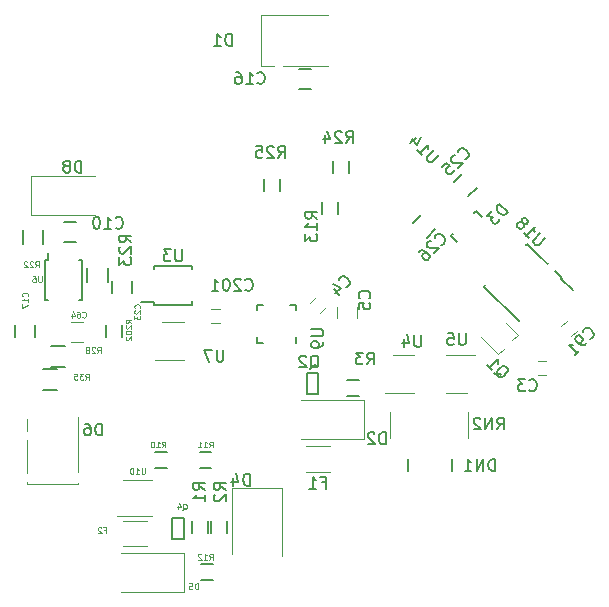
<source format=gbo>
G04 #@! TF.FileFunction,Legend,Bot*
%FSLAX46Y46*%
G04 Gerber Fmt 4.6, Leading zero omitted, Abs format (unit mm)*
G04 Created by KiCad (PCBNEW 4.0.6-e0-6349~52~ubuntu16.10.1) date Fri May 26 15:17:48 2017*
%MOMM*%
%LPD*%
G01*
G04 APERTURE LIST*
%ADD10C,0.150000*%
%ADD11C,0.120000*%
%ADD12C,0.125000*%
%ADD13C,1.300000*%
%ADD14C,4.000000*%
%ADD15C,2.000000*%
%ADD16R,1.250000X1.000000*%
%ADD17R,1.000000X1.250000*%
%ADD18R,2.500000X2.300000*%
%ADD19R,1.050000X1.050000*%
%ADD20C,1.050000*%
%ADD21C,6.000000*%
%ADD22R,1.300000X1.000000*%
%ADD23R,1.000000X1.300000*%
%ADD24R,0.420000X1.300000*%
%ADD25R,1.100000X0.250000*%
%ADD26C,0.900000*%
%ADD27C,2.600000*%
%ADD28R,2.500000X1.800000*%
%ADD29R,2.300000X2.500000*%
%ADD30R,0.900000X1.700000*%
%ADD31C,1.500000*%
%ADD32R,0.200000X0.600000*%
%ADD33R,0.430000X0.760000*%
%ADD34R,1.060000X0.650000*%
%ADD35R,0.800000X0.750000*%
%ADD36O,0.300000X0.750000*%
%ADD37O,0.750000X0.300000*%
%ADD38R,0.900000X0.900000*%
%ADD39R,1.400000X1.200000*%
%ADD40R,1.400000X1.000000*%
%ADD41R,0.250000X0.600000*%
%ADD42R,0.700000X0.600000*%
%ADD43C,0.889000*%
%ADD44C,0.600000*%
%ADD45C,0.254000*%
G04 APERTURE END LIST*
D10*
X2350000Y-27100000D02*
X2350000Y-28100000D01*
X650000Y-28100000D02*
X650000Y-27100000D01*
X8850000Y-24400000D02*
X8850000Y-23400000D01*
X10550000Y-23400000D02*
X10550000Y-24400000D01*
X39704594Y-15497487D02*
X38997487Y-16204594D01*
X37795406Y-15002513D02*
X38502513Y-14295406D01*
X34295406Y-18502513D02*
X35002513Y-17795406D01*
X36204594Y-18997487D02*
X35497487Y-19704594D01*
X4750000Y-18350000D02*
X5750000Y-18350000D01*
X5750000Y-20050000D02*
X4750000Y-20050000D01*
X25700000Y-7150000D02*
X24700000Y-7150000D01*
X24700000Y-5450000D02*
X25700000Y-5450000D01*
X37646566Y-19408856D02*
X37680691Y-19374731D01*
X40121454Y-17925388D02*
X39625744Y-17429678D01*
X39625744Y-17429678D02*
X39449731Y-17605691D01*
X37646566Y-19408856D02*
X37504678Y-19550744D01*
X37504678Y-19550744D02*
X38000388Y-20046454D01*
D11*
X6375000Y-28525000D02*
X5375000Y-28525000D01*
X5375000Y-26825000D02*
X6375000Y-26825000D01*
X21450000Y-5150000D02*
X21450000Y-850000D01*
X21450000Y-850000D02*
X27150000Y-850000D01*
X21450000Y-5150000D02*
X27150000Y-5150000D01*
D10*
X1275000Y-19075000D02*
X1275000Y-20275000D01*
X3025000Y-20275000D02*
X3025000Y-19075000D01*
X8475000Y-23500000D02*
X8475000Y-22300000D01*
X6725000Y-22300000D02*
X6725000Y-23500000D01*
X3650000Y-30625000D02*
X4850000Y-30625000D01*
X4850000Y-28875000D02*
X3650000Y-28875000D01*
X4150000Y-30825000D02*
X2950000Y-30825000D01*
X2950000Y-32575000D02*
X4150000Y-32575000D01*
X3125000Y-21575000D02*
X3375000Y-21575000D01*
X3125000Y-24975000D02*
X3375000Y-24975000D01*
X6275000Y-24975000D02*
X6025000Y-24975000D01*
X6275000Y-21625000D02*
X6025000Y-21625000D01*
X3125000Y-21625000D02*
X3125000Y-24975000D01*
X6275000Y-21625000D02*
X6275000Y-24975000D01*
X3375000Y-21525000D02*
X3375000Y-20975000D01*
X46888047Y-23146447D02*
X46852691Y-23181802D01*
X43953553Y-20211953D02*
X43851023Y-20314484D01*
X40311953Y-23853553D02*
X40414484Y-23751023D01*
X43246447Y-26788047D02*
X43348977Y-26685516D01*
X46888047Y-23146447D02*
X43953553Y-20211953D01*
X43246447Y-26788047D02*
X40311953Y-23853553D01*
X46852691Y-23181802D02*
X47842641Y-24171751D01*
X12375000Y-25375000D02*
X12375000Y-25200000D01*
X15625000Y-25375000D02*
X15625000Y-25100000D01*
X15625000Y-22125000D02*
X15625000Y-22400000D01*
X12375000Y-22125000D02*
X12375000Y-22400000D01*
X12375000Y-25375000D02*
X15625000Y-25375000D01*
X12375000Y-22125000D02*
X15625000Y-22125000D01*
X12375000Y-25200000D02*
X11300000Y-25200000D01*
D11*
X30200000Y-33500000D02*
X30200000Y-36800000D01*
X30200000Y-36800000D02*
X24800000Y-36800000D01*
X30200000Y-33500000D02*
X24800000Y-33500000D01*
X18950000Y-40950000D02*
X23250000Y-40950000D01*
X23250000Y-40950000D02*
X23250000Y-46650000D01*
X18950000Y-40950000D02*
X18950000Y-46650000D01*
X27250000Y-37380000D02*
X25250000Y-37380000D01*
X25250000Y-39520000D02*
X27250000Y-39520000D01*
D10*
X37650000Y-38450000D02*
X37650000Y-39450000D01*
X33850000Y-38450000D02*
X33850000Y-39450000D01*
D11*
X39000000Y-36650000D02*
X39000000Y-34450000D01*
X32400000Y-36650000D02*
X32400000Y-34450000D01*
X38900000Y-32860000D02*
X37100000Y-32860000D01*
X37100000Y-29640000D02*
X39550000Y-29640000D01*
X32600000Y-29640000D02*
X34400000Y-29640000D01*
X34400000Y-32860000D02*
X31950000Y-32860000D01*
X47676777Y-28071751D02*
X48171751Y-27576777D01*
X47323223Y-26728249D02*
X46828249Y-27223223D01*
X1975000Y-17825000D02*
X1975000Y-14525000D01*
X1975000Y-14525000D02*
X7375000Y-14525000D01*
X1975000Y-17825000D02*
X7375000Y-17825000D01*
X13100000Y-26890000D02*
X14900000Y-26890000D01*
X14900000Y-30110000D02*
X12450000Y-30110000D01*
X44900000Y-31350000D02*
X45600000Y-31350000D01*
X45600000Y-30150000D02*
X44900000Y-30150000D01*
X26476777Y-26121751D02*
X26971751Y-25626777D01*
X26123223Y-24778249D02*
X25628249Y-25273223D01*
D10*
X24375000Y-25375000D02*
X23875000Y-25375000D01*
X21125000Y-28625000D02*
X21625000Y-28625000D01*
X21125000Y-25375000D02*
X21625000Y-25375000D01*
X24375000Y-28625000D02*
X24375000Y-28125000D01*
X21125000Y-28625000D02*
X21125000Y-28125000D01*
X21125000Y-25375000D02*
X21125000Y-25875000D01*
X24375000Y-25375000D02*
X24375000Y-25875000D01*
D11*
X9800000Y-40200000D02*
X12200000Y-40200000D01*
X12200000Y-43300000D02*
X9250000Y-43300000D01*
X17950000Y-25750000D02*
X17250000Y-25750000D01*
X17250000Y-26950000D02*
X17950000Y-26950000D01*
X14950000Y-46400000D02*
X14950000Y-49700000D01*
X14950000Y-49700000D02*
X9550000Y-49700000D01*
X14950000Y-46400000D02*
X9550000Y-46400000D01*
X5950000Y-40600000D02*
X1650000Y-40600000D01*
X1650000Y-40600000D02*
X1650000Y-34900000D01*
X5950000Y-40600000D02*
X5950000Y-34900000D01*
X11800000Y-43680000D02*
X9800000Y-43680000D01*
X9800000Y-45820000D02*
X11800000Y-45820000D01*
X42719741Y-28412635D02*
X43186432Y-27945944D01*
X41545944Y-29586432D02*
X42012635Y-29119741D01*
X41545944Y-29586432D02*
X40110517Y-28151005D01*
X42189411Y-26948924D02*
X43186432Y-27945944D01*
D10*
X25300000Y-31150000D02*
X26300000Y-31150000D01*
X26300000Y-31150000D02*
X26300000Y-32950000D01*
X26300000Y-32950000D02*
X25300000Y-32950000D01*
X25300000Y-32950000D02*
X25300000Y-31150000D01*
X13950000Y-43450000D02*
X14950000Y-43450000D01*
X14950000Y-43450000D02*
X14950000Y-45250000D01*
X14950000Y-45250000D02*
X13950000Y-45250000D01*
X13950000Y-45250000D02*
X13950000Y-43450000D01*
X16925000Y-44700000D02*
X16925000Y-43700000D01*
X15575000Y-43700000D02*
X15575000Y-44700000D01*
X18525000Y-44700000D02*
X18525000Y-43700000D01*
X17175000Y-43700000D02*
X17175000Y-44700000D01*
X29750000Y-31775000D02*
X28750000Y-31775000D01*
X28750000Y-33125000D02*
X29750000Y-33125000D01*
X13500000Y-37825000D02*
X12500000Y-37825000D01*
X12500000Y-39175000D02*
X13500000Y-39175000D01*
X17250000Y-37825000D02*
X16250000Y-37825000D01*
X16250000Y-39175000D02*
X17250000Y-39175000D01*
X17350000Y-47325000D02*
X16350000Y-47325000D01*
X16350000Y-48675000D02*
X17350000Y-48675000D01*
X27525000Y-13250000D02*
X27525000Y-14250000D01*
X28875000Y-14250000D02*
X28875000Y-13250000D01*
X21725000Y-14750000D02*
X21725000Y-15750000D01*
X23075000Y-15750000D02*
X23075000Y-14750000D01*
X9675000Y-28150000D02*
X9675000Y-27150000D01*
X8325000Y-27150000D02*
X8325000Y-28150000D01*
D11*
X27850000Y-26550000D02*
X27850000Y-25550000D01*
X29550000Y-25550000D02*
X29550000Y-26550000D01*
D10*
X26625000Y-16700000D02*
X26625000Y-17700000D01*
X27975000Y-17700000D02*
X27975000Y-16700000D01*
D12*
X1678571Y-24678572D02*
X1702381Y-24654762D01*
X1726190Y-24583334D01*
X1726190Y-24535715D01*
X1702381Y-24464286D01*
X1654762Y-24416667D01*
X1607143Y-24392858D01*
X1511905Y-24369048D01*
X1440476Y-24369048D01*
X1345238Y-24392858D01*
X1297619Y-24416667D01*
X1250000Y-24464286D01*
X1226190Y-24535715D01*
X1226190Y-24583334D01*
X1250000Y-24654762D01*
X1273810Y-24678572D01*
X1726190Y-25154762D02*
X1726190Y-24869048D01*
X1726190Y-25011905D02*
X1226190Y-25011905D01*
X1297619Y-24964286D01*
X1345238Y-24916667D01*
X1369048Y-24869048D01*
X1226190Y-25321429D02*
X1226190Y-25654762D01*
X1726190Y-25440476D01*
X11178571Y-25678572D02*
X11202381Y-25654762D01*
X11226190Y-25583334D01*
X11226190Y-25535715D01*
X11202381Y-25464286D01*
X11154762Y-25416667D01*
X11107143Y-25392858D01*
X11011905Y-25369048D01*
X10940476Y-25369048D01*
X10845238Y-25392858D01*
X10797619Y-25416667D01*
X10750000Y-25464286D01*
X10726190Y-25535715D01*
X10726190Y-25583334D01*
X10750000Y-25654762D01*
X10773810Y-25678572D01*
X10773810Y-25869048D02*
X10750000Y-25892858D01*
X10726190Y-25940477D01*
X10726190Y-26059524D01*
X10750000Y-26107143D01*
X10773810Y-26130953D01*
X10821429Y-26154762D01*
X10869048Y-26154762D01*
X10940476Y-26130953D01*
X11226190Y-25845239D01*
X11226190Y-26154762D01*
X10726190Y-26321429D02*
X10726190Y-26630952D01*
X10916667Y-26464286D01*
X10916667Y-26535714D01*
X10940476Y-26583333D01*
X10964286Y-26607143D01*
X11011905Y-26630952D01*
X11130952Y-26630952D01*
X11178571Y-26607143D01*
X11202381Y-26583333D01*
X11226190Y-26535714D01*
X11226190Y-26392857D01*
X11202381Y-26345238D01*
X11178571Y-26321429D01*
D10*
X38707106Y-13047970D02*
X38774449Y-13047970D01*
X38909136Y-12980626D01*
X38976480Y-12913283D01*
X39043824Y-12778595D01*
X39043824Y-12643908D01*
X39010152Y-12542893D01*
X38909137Y-12374535D01*
X38808121Y-12273519D01*
X38639762Y-12172504D01*
X38538747Y-12138832D01*
X38404060Y-12138832D01*
X38269373Y-12206176D01*
X38202029Y-12273519D01*
X38134686Y-12408206D01*
X38134686Y-12475550D01*
X37865312Y-12744924D02*
X37797969Y-12744924D01*
X37696954Y-12778595D01*
X37528594Y-12946955D01*
X37494923Y-13047970D01*
X37494923Y-13115313D01*
X37528594Y-13216328D01*
X37595938Y-13283672D01*
X37730625Y-13351015D01*
X38538747Y-13351015D01*
X38101014Y-13788748D01*
X36754144Y-13721405D02*
X37090862Y-13384687D01*
X37461251Y-13687732D01*
X37393907Y-13687732D01*
X37292892Y-13721404D01*
X37124533Y-13889763D01*
X37090861Y-13990778D01*
X37090861Y-14058122D01*
X37124534Y-14159138D01*
X37292892Y-14327496D01*
X37393907Y-14361168D01*
X37461251Y-14361168D01*
X37562266Y-14327496D01*
X37730625Y-14159137D01*
X37764297Y-14058122D01*
X37764297Y-13990778D01*
X36707107Y-20297970D02*
X36774450Y-20297970D01*
X36909137Y-20230626D01*
X36976481Y-20163283D01*
X37043825Y-20028595D01*
X37043825Y-19893908D01*
X37010153Y-19792893D01*
X36909138Y-19624535D01*
X36808122Y-19523519D01*
X36639763Y-19422504D01*
X36538748Y-19388832D01*
X36404061Y-19388832D01*
X36269374Y-19456176D01*
X36202030Y-19523519D01*
X36134687Y-19658206D01*
X36134687Y-19725550D01*
X35865313Y-19994924D02*
X35797970Y-19994924D01*
X35696955Y-20028595D01*
X35528595Y-20196955D01*
X35494924Y-20297970D01*
X35494924Y-20365313D01*
X35528595Y-20466328D01*
X35595939Y-20533672D01*
X35730626Y-20601015D01*
X36538748Y-20601015D01*
X36101015Y-21038748D01*
X34787817Y-20937733D02*
X34922504Y-20803045D01*
X35023519Y-20769374D01*
X35090863Y-20769374D01*
X35259222Y-20803045D01*
X35427580Y-20904061D01*
X35696955Y-21173435D01*
X35730626Y-21274450D01*
X35730626Y-21341794D01*
X35696955Y-21442809D01*
X35562267Y-21577496D01*
X35461252Y-21611168D01*
X35393908Y-21611168D01*
X35292893Y-21577496D01*
X35124535Y-21409138D01*
X35090862Y-21308122D01*
X35090862Y-21240778D01*
X35124534Y-21139763D01*
X35259222Y-21005076D01*
X35360237Y-20971404D01*
X35427580Y-20971404D01*
X35528596Y-21005076D01*
X9142857Y-18857143D02*
X9190476Y-18904762D01*
X9333333Y-18952381D01*
X9428571Y-18952381D01*
X9571429Y-18904762D01*
X9666667Y-18809524D01*
X9714286Y-18714286D01*
X9761905Y-18523810D01*
X9761905Y-18380952D01*
X9714286Y-18190476D01*
X9666667Y-18095238D01*
X9571429Y-18000000D01*
X9428571Y-17952381D01*
X9333333Y-17952381D01*
X9190476Y-18000000D01*
X9142857Y-18047619D01*
X8190476Y-18952381D02*
X8761905Y-18952381D01*
X8476191Y-18952381D02*
X8476191Y-17952381D01*
X8571429Y-18095238D01*
X8666667Y-18190476D01*
X8761905Y-18238095D01*
X7571429Y-17952381D02*
X7476190Y-17952381D01*
X7380952Y-18000000D01*
X7333333Y-18047619D01*
X7285714Y-18142857D01*
X7238095Y-18333333D01*
X7238095Y-18571429D01*
X7285714Y-18761905D01*
X7333333Y-18857143D01*
X7380952Y-18904762D01*
X7476190Y-18952381D01*
X7571429Y-18952381D01*
X7666667Y-18904762D01*
X7714286Y-18857143D01*
X7761905Y-18761905D01*
X7809524Y-18571429D01*
X7809524Y-18333333D01*
X7761905Y-18142857D01*
X7714286Y-18047619D01*
X7666667Y-18000000D01*
X7571429Y-17952381D01*
X21142857Y-6607143D02*
X21190476Y-6654762D01*
X21333333Y-6702381D01*
X21428571Y-6702381D01*
X21571429Y-6654762D01*
X21666667Y-6559524D01*
X21714286Y-6464286D01*
X21761905Y-6273810D01*
X21761905Y-6130952D01*
X21714286Y-5940476D01*
X21666667Y-5845238D01*
X21571429Y-5750000D01*
X21428571Y-5702381D01*
X21333333Y-5702381D01*
X21190476Y-5750000D01*
X21142857Y-5797619D01*
X20190476Y-6702381D02*
X20761905Y-6702381D01*
X20476191Y-6702381D02*
X20476191Y-5702381D01*
X20571429Y-5845238D01*
X20666667Y-5940476D01*
X20761905Y-5988095D01*
X19333333Y-5702381D02*
X19523810Y-5702381D01*
X19619048Y-5750000D01*
X19666667Y-5797619D01*
X19761905Y-5940476D01*
X19809524Y-6130952D01*
X19809524Y-6511905D01*
X19761905Y-6607143D01*
X19714286Y-6654762D01*
X19619048Y-6702381D01*
X19428571Y-6702381D01*
X19333333Y-6654762D01*
X19285714Y-6607143D01*
X19238095Y-6511905D01*
X19238095Y-6273810D01*
X19285714Y-6178571D01*
X19333333Y-6130952D01*
X19428571Y-6083333D01*
X19619048Y-6083333D01*
X19714286Y-6130952D01*
X19761905Y-6178571D01*
X19809524Y-6273810D01*
X42341794Y-17547970D02*
X41634687Y-16840863D01*
X41466328Y-17009222D01*
X41398984Y-17143909D01*
X41398984Y-17278596D01*
X41432656Y-17379611D01*
X41533671Y-17547970D01*
X41634687Y-17648986D01*
X41803045Y-17750001D01*
X41904061Y-17783672D01*
X42038747Y-17783672D01*
X42173435Y-17716328D01*
X42341794Y-17547970D01*
X40994924Y-17480626D02*
X40557190Y-17918359D01*
X41062267Y-17952030D01*
X40961251Y-18053046D01*
X40927579Y-18154061D01*
X40927579Y-18221405D01*
X40961252Y-18322421D01*
X41129610Y-18490779D01*
X41230626Y-18524451D01*
X41297969Y-18524451D01*
X41398984Y-18490779D01*
X41601015Y-18288748D01*
X41634687Y-18187733D01*
X41634687Y-18120390D01*
D12*
X6321428Y-26428571D02*
X6345238Y-26452381D01*
X6416666Y-26476190D01*
X6464285Y-26476190D01*
X6535714Y-26452381D01*
X6583333Y-26404762D01*
X6607142Y-26357143D01*
X6630952Y-26261905D01*
X6630952Y-26190476D01*
X6607142Y-26095238D01*
X6583333Y-26047619D01*
X6535714Y-26000000D01*
X6464285Y-25976190D01*
X6416666Y-25976190D01*
X6345238Y-26000000D01*
X6321428Y-26023810D01*
X5892857Y-25976190D02*
X5988095Y-25976190D01*
X6035714Y-26000000D01*
X6059523Y-26023810D01*
X6107142Y-26095238D01*
X6130952Y-26190476D01*
X6130952Y-26380952D01*
X6107142Y-26428571D01*
X6083333Y-26452381D01*
X6035714Y-26476190D01*
X5940476Y-26476190D01*
X5892857Y-26452381D01*
X5869047Y-26428571D01*
X5845238Y-26380952D01*
X5845238Y-26261905D01*
X5869047Y-26214286D01*
X5892857Y-26190476D01*
X5940476Y-26166667D01*
X6035714Y-26166667D01*
X6083333Y-26190476D01*
X6107142Y-26214286D01*
X6130952Y-26261905D01*
X5416667Y-26142857D02*
X5416667Y-26476190D01*
X5535714Y-25952381D02*
X5654762Y-26309524D01*
X5345238Y-26309524D01*
D10*
X18988095Y-3452381D02*
X18988095Y-2452381D01*
X18750000Y-2452381D01*
X18607142Y-2500000D01*
X18511904Y-2595238D01*
X18464285Y-2690476D01*
X18416666Y-2880952D01*
X18416666Y-3023810D01*
X18464285Y-3214286D01*
X18511904Y-3309524D01*
X18607142Y-3404762D01*
X18750000Y-3452381D01*
X18988095Y-3452381D01*
X17464285Y-3452381D02*
X18035714Y-3452381D01*
X17750000Y-3452381D02*
X17750000Y-2452381D01*
X17845238Y-2595238D01*
X17940476Y-2690476D01*
X18035714Y-2738095D01*
D12*
X2321428Y-22226190D02*
X2488095Y-21988095D01*
X2607142Y-22226190D02*
X2607142Y-21726190D01*
X2416666Y-21726190D01*
X2369047Y-21750000D01*
X2345238Y-21773810D01*
X2321428Y-21821429D01*
X2321428Y-21892857D01*
X2345238Y-21940476D01*
X2369047Y-21964286D01*
X2416666Y-21988095D01*
X2607142Y-21988095D01*
X2130952Y-21773810D02*
X2107142Y-21750000D01*
X2059523Y-21726190D01*
X1940476Y-21726190D01*
X1892857Y-21750000D01*
X1869047Y-21773810D01*
X1845238Y-21821429D01*
X1845238Y-21869048D01*
X1869047Y-21940476D01*
X2154761Y-22226190D01*
X1845238Y-22226190D01*
X1654762Y-21773810D02*
X1630952Y-21750000D01*
X1583333Y-21726190D01*
X1464286Y-21726190D01*
X1416667Y-21750000D01*
X1392857Y-21773810D01*
X1369048Y-21821429D01*
X1369048Y-21869048D01*
X1392857Y-21940476D01*
X1678571Y-22226190D01*
X1369048Y-22226190D01*
D10*
X10452381Y-20107143D02*
X9976190Y-19773809D01*
X10452381Y-19535714D02*
X9452381Y-19535714D01*
X9452381Y-19916667D01*
X9500000Y-20011905D01*
X9547619Y-20059524D01*
X9642857Y-20107143D01*
X9785714Y-20107143D01*
X9880952Y-20059524D01*
X9928571Y-20011905D01*
X9976190Y-19916667D01*
X9976190Y-19535714D01*
X9547619Y-20488095D02*
X9500000Y-20535714D01*
X9452381Y-20630952D01*
X9452381Y-20869048D01*
X9500000Y-20964286D01*
X9547619Y-21011905D01*
X9642857Y-21059524D01*
X9738095Y-21059524D01*
X9880952Y-21011905D01*
X10452381Y-20440476D01*
X10452381Y-21059524D01*
X9452381Y-21392857D02*
X9452381Y-22011905D01*
X9833333Y-21678571D01*
X9833333Y-21821429D01*
X9880952Y-21916667D01*
X9928571Y-21964286D01*
X10023810Y-22011905D01*
X10261905Y-22011905D01*
X10357143Y-21964286D01*
X10404762Y-21916667D01*
X10452381Y-21821429D01*
X10452381Y-21535714D01*
X10404762Y-21440476D01*
X10357143Y-21392857D01*
D12*
X7571428Y-29476190D02*
X7738095Y-29238095D01*
X7857142Y-29476190D02*
X7857142Y-28976190D01*
X7666666Y-28976190D01*
X7619047Y-29000000D01*
X7595238Y-29023810D01*
X7571428Y-29071429D01*
X7571428Y-29142857D01*
X7595238Y-29190476D01*
X7619047Y-29214286D01*
X7666666Y-29238095D01*
X7857142Y-29238095D01*
X7380952Y-29023810D02*
X7357142Y-29000000D01*
X7309523Y-28976190D01*
X7190476Y-28976190D01*
X7142857Y-29000000D01*
X7119047Y-29023810D01*
X7095238Y-29071429D01*
X7095238Y-29119048D01*
X7119047Y-29190476D01*
X7404761Y-29476190D01*
X7095238Y-29476190D01*
X6809524Y-29190476D02*
X6857143Y-29166667D01*
X6880952Y-29142857D01*
X6904762Y-29095238D01*
X6904762Y-29071429D01*
X6880952Y-29023810D01*
X6857143Y-29000000D01*
X6809524Y-28976190D01*
X6714286Y-28976190D01*
X6666667Y-29000000D01*
X6642857Y-29023810D01*
X6619048Y-29071429D01*
X6619048Y-29095238D01*
X6642857Y-29142857D01*
X6666667Y-29166667D01*
X6714286Y-29190476D01*
X6809524Y-29190476D01*
X6857143Y-29214286D01*
X6880952Y-29238095D01*
X6904762Y-29285714D01*
X6904762Y-29380952D01*
X6880952Y-29428571D01*
X6857143Y-29452381D01*
X6809524Y-29476190D01*
X6714286Y-29476190D01*
X6666667Y-29452381D01*
X6642857Y-29428571D01*
X6619048Y-29380952D01*
X6619048Y-29285714D01*
X6642857Y-29238095D01*
X6666667Y-29214286D01*
X6714286Y-29190476D01*
X6571428Y-31726190D02*
X6738095Y-31488095D01*
X6857142Y-31726190D02*
X6857142Y-31226190D01*
X6666666Y-31226190D01*
X6619047Y-31250000D01*
X6595238Y-31273810D01*
X6571428Y-31321429D01*
X6571428Y-31392857D01*
X6595238Y-31440476D01*
X6619047Y-31464286D01*
X6666666Y-31488095D01*
X6857142Y-31488095D01*
X6404761Y-31226190D02*
X6095238Y-31226190D01*
X6261904Y-31416667D01*
X6190476Y-31416667D01*
X6142857Y-31440476D01*
X6119047Y-31464286D01*
X6095238Y-31511905D01*
X6095238Y-31630952D01*
X6119047Y-31678571D01*
X6142857Y-31702381D01*
X6190476Y-31726190D01*
X6333333Y-31726190D01*
X6380952Y-31702381D01*
X6404761Y-31678571D01*
X5642857Y-31226190D02*
X5880952Y-31226190D01*
X5904762Y-31464286D01*
X5880952Y-31440476D01*
X5833333Y-31416667D01*
X5714286Y-31416667D01*
X5666667Y-31440476D01*
X5642857Y-31464286D01*
X5619048Y-31511905D01*
X5619048Y-31630952D01*
X5642857Y-31678571D01*
X5666667Y-31702381D01*
X5714286Y-31726190D01*
X5833333Y-31726190D01*
X5880952Y-31702381D01*
X5904762Y-31678571D01*
X2880952Y-22976190D02*
X2880952Y-23380952D01*
X2857143Y-23428571D01*
X2833333Y-23452381D01*
X2785714Y-23476190D01*
X2690476Y-23476190D01*
X2642857Y-23452381D01*
X2619048Y-23428571D01*
X2595238Y-23380952D01*
X2595238Y-22976190D01*
X2142857Y-22976190D02*
X2238095Y-22976190D01*
X2285714Y-23000000D01*
X2309523Y-23023810D01*
X2357142Y-23095238D01*
X2380952Y-23190476D01*
X2380952Y-23380952D01*
X2357142Y-23428571D01*
X2333333Y-23452381D01*
X2285714Y-23476190D01*
X2190476Y-23476190D01*
X2142857Y-23452381D01*
X2119047Y-23428571D01*
X2095238Y-23380952D01*
X2095238Y-23261905D01*
X2119047Y-23214286D01*
X2142857Y-23190476D01*
X2190476Y-23166667D01*
X2285714Y-23166667D01*
X2333333Y-23190476D01*
X2357142Y-23214286D01*
X2380952Y-23261905D01*
D10*
X36512690Y-12738240D02*
X35940271Y-13310660D01*
X35839255Y-13344332D01*
X35771912Y-13344332D01*
X35670897Y-13310660D01*
X35536209Y-13175973D01*
X35502538Y-13074957D01*
X35502538Y-13007614D01*
X35536209Y-12906599D01*
X36108629Y-12334179D01*
X34694416Y-12334179D02*
X35098477Y-12738240D01*
X34896447Y-12536210D02*
X35603553Y-11829103D01*
X35569882Y-11997462D01*
X35569882Y-12132149D01*
X35603553Y-12233164D01*
X34559729Y-11256683D02*
X34088324Y-11728087D01*
X34997462Y-11155668D02*
X34660744Y-11829103D01*
X34223011Y-11391370D01*
X45512690Y-19738240D02*
X44940271Y-20310660D01*
X44839255Y-20344332D01*
X44771912Y-20344332D01*
X44670897Y-20310660D01*
X44536209Y-20175973D01*
X44502538Y-20074957D01*
X44502538Y-20007614D01*
X44536209Y-19906599D01*
X45108629Y-19334179D01*
X43694416Y-19334179D02*
X44098477Y-19738240D01*
X43896447Y-19536210D02*
X44603553Y-18829103D01*
X44569882Y-18997462D01*
X44569882Y-19132149D01*
X44603553Y-19233164D01*
X43694416Y-18526057D02*
X43795431Y-18559729D01*
X43862775Y-18559729D01*
X43963790Y-18526057D01*
X43997462Y-18492385D01*
X44031133Y-18391370D01*
X44031133Y-18324027D01*
X43997462Y-18223012D01*
X43862774Y-18088324D01*
X43761759Y-18054652D01*
X43694416Y-18054652D01*
X43593400Y-18088324D01*
X43559729Y-18121996D01*
X43526057Y-18223011D01*
X43526057Y-18290354D01*
X43559729Y-18391369D01*
X43694416Y-18526057D01*
X43728088Y-18627072D01*
X43728088Y-18694416D01*
X43694416Y-18795431D01*
X43559729Y-18930118D01*
X43458714Y-18963790D01*
X43391370Y-18963790D01*
X43290355Y-18930118D01*
X43155667Y-18795431D01*
X43121996Y-18694416D01*
X43121996Y-18627072D01*
X43155667Y-18526057D01*
X43290354Y-18391370D01*
X43391370Y-18357698D01*
X43458714Y-18357698D01*
X43559729Y-18391369D01*
X14761905Y-20702381D02*
X14761905Y-21511905D01*
X14714286Y-21607143D01*
X14666667Y-21654762D01*
X14571429Y-21702381D01*
X14380952Y-21702381D01*
X14285714Y-21654762D01*
X14238095Y-21607143D01*
X14190476Y-21511905D01*
X14190476Y-20702381D01*
X13809524Y-20702381D02*
X13190476Y-20702381D01*
X13523810Y-21083333D01*
X13380952Y-21083333D01*
X13285714Y-21130952D01*
X13238095Y-21178571D01*
X13190476Y-21273810D01*
X13190476Y-21511905D01*
X13238095Y-21607143D01*
X13285714Y-21654762D01*
X13380952Y-21702381D01*
X13666667Y-21702381D01*
X13761905Y-21654762D01*
X13809524Y-21607143D01*
X31988095Y-37202381D02*
X31988095Y-36202381D01*
X31750000Y-36202381D01*
X31607142Y-36250000D01*
X31511904Y-36345238D01*
X31464285Y-36440476D01*
X31416666Y-36630952D01*
X31416666Y-36773810D01*
X31464285Y-36964286D01*
X31511904Y-37059524D01*
X31607142Y-37154762D01*
X31750000Y-37202381D01*
X31988095Y-37202381D01*
X31035714Y-36297619D02*
X30988095Y-36250000D01*
X30892857Y-36202381D01*
X30654761Y-36202381D01*
X30559523Y-36250000D01*
X30511904Y-36297619D01*
X30464285Y-36392857D01*
X30464285Y-36488095D01*
X30511904Y-36630952D01*
X31083333Y-37202381D01*
X30464285Y-37202381D01*
X20488095Y-40702381D02*
X20488095Y-39702381D01*
X20250000Y-39702381D01*
X20107142Y-39750000D01*
X20011904Y-39845238D01*
X19964285Y-39940476D01*
X19916666Y-40130952D01*
X19916666Y-40273810D01*
X19964285Y-40464286D01*
X20011904Y-40559524D01*
X20107142Y-40654762D01*
X20250000Y-40702381D01*
X20488095Y-40702381D01*
X19059523Y-40035714D02*
X19059523Y-40702381D01*
X19297619Y-39654762D02*
X19535714Y-40369048D01*
X18916666Y-40369048D01*
X26583333Y-40428571D02*
X26916667Y-40428571D01*
X26916667Y-40952381D02*
X26916667Y-39952381D01*
X26440476Y-39952381D01*
X25535714Y-40952381D02*
X26107143Y-40952381D01*
X25821429Y-40952381D02*
X25821429Y-39952381D01*
X25916667Y-40095238D01*
X26011905Y-40190476D01*
X26107143Y-40238095D01*
X41261905Y-39452381D02*
X41261905Y-38452381D01*
X41023810Y-38452381D01*
X40880952Y-38500000D01*
X40785714Y-38595238D01*
X40738095Y-38690476D01*
X40690476Y-38880952D01*
X40690476Y-39023810D01*
X40738095Y-39214286D01*
X40785714Y-39309524D01*
X40880952Y-39404762D01*
X41023810Y-39452381D01*
X41261905Y-39452381D01*
X40261905Y-39452381D02*
X40261905Y-38452381D01*
X39690476Y-39452381D01*
X39690476Y-38452381D01*
X38690476Y-39452381D02*
X39261905Y-39452381D01*
X38976191Y-39452381D02*
X38976191Y-38452381D01*
X39071429Y-38595238D01*
X39166667Y-38690476D01*
X39261905Y-38738095D01*
X41440476Y-35952381D02*
X41773810Y-35476190D01*
X42011905Y-35952381D02*
X42011905Y-34952381D01*
X41630952Y-34952381D01*
X41535714Y-35000000D01*
X41488095Y-35047619D01*
X41440476Y-35142857D01*
X41440476Y-35285714D01*
X41488095Y-35380952D01*
X41535714Y-35428571D01*
X41630952Y-35476190D01*
X42011905Y-35476190D01*
X41011905Y-35952381D02*
X41011905Y-34952381D01*
X40440476Y-35952381D01*
X40440476Y-34952381D01*
X40011905Y-35047619D02*
X39964286Y-35000000D01*
X39869048Y-34952381D01*
X39630952Y-34952381D01*
X39535714Y-35000000D01*
X39488095Y-35047619D01*
X39440476Y-35142857D01*
X39440476Y-35238095D01*
X39488095Y-35380952D01*
X40059524Y-35952381D01*
X39440476Y-35952381D01*
X38761905Y-27802381D02*
X38761905Y-28611905D01*
X38714286Y-28707143D01*
X38666667Y-28754762D01*
X38571429Y-28802381D01*
X38380952Y-28802381D01*
X38285714Y-28754762D01*
X38238095Y-28707143D01*
X38190476Y-28611905D01*
X38190476Y-27802381D01*
X37238095Y-27802381D02*
X37714286Y-27802381D01*
X37761905Y-28278571D01*
X37714286Y-28230952D01*
X37619048Y-28183333D01*
X37380952Y-28183333D01*
X37285714Y-28230952D01*
X37238095Y-28278571D01*
X37190476Y-28373810D01*
X37190476Y-28611905D01*
X37238095Y-28707143D01*
X37285714Y-28754762D01*
X37380952Y-28802381D01*
X37619048Y-28802381D01*
X37714286Y-28754762D01*
X37761905Y-28707143D01*
X35011905Y-27952381D02*
X35011905Y-28761905D01*
X34964286Y-28857143D01*
X34916667Y-28904762D01*
X34821429Y-28952381D01*
X34630952Y-28952381D01*
X34535714Y-28904762D01*
X34488095Y-28857143D01*
X34440476Y-28761905D01*
X34440476Y-27952381D01*
X33535714Y-28285714D02*
X33535714Y-28952381D01*
X33773810Y-27904762D02*
X34011905Y-28619048D01*
X33392857Y-28619048D01*
X49267767Y-28258630D02*
X49335110Y-28258630D01*
X49469797Y-28191286D01*
X49537141Y-28123943D01*
X49604485Y-27989255D01*
X49604485Y-27854568D01*
X49570813Y-27753553D01*
X49469798Y-27585195D01*
X49368782Y-27484179D01*
X49200423Y-27383164D01*
X49099408Y-27349492D01*
X48964721Y-27349492D01*
X48830034Y-27416836D01*
X48762690Y-27484179D01*
X48695347Y-27618866D01*
X48695347Y-27686210D01*
X48998393Y-28662690D02*
X48863706Y-28797377D01*
X48762690Y-28831050D01*
X48695347Y-28831050D01*
X48526988Y-28797378D01*
X48358630Y-28696363D01*
X48089255Y-28426988D01*
X48055584Y-28325973D01*
X48055584Y-28258630D01*
X48089255Y-28157615D01*
X48223943Y-28022927D01*
X48324958Y-27989255D01*
X48392301Y-27989255D01*
X48493317Y-28022927D01*
X48661675Y-28191286D01*
X48695347Y-28292301D01*
X48695348Y-28359645D01*
X48661676Y-28460660D01*
X48526988Y-28595348D01*
X48425973Y-28629019D01*
X48358629Y-28629019D01*
X48257614Y-28595347D01*
X47988240Y-29672843D02*
X48392301Y-29268782D01*
X48190271Y-29470812D02*
X47483164Y-28763705D01*
X47651523Y-28797377D01*
X47786210Y-28797377D01*
X47887225Y-28763705D01*
X6238095Y-14202381D02*
X6238095Y-13202381D01*
X6000000Y-13202381D01*
X5857142Y-13250000D01*
X5761904Y-13345238D01*
X5714285Y-13440476D01*
X5666666Y-13630952D01*
X5666666Y-13773810D01*
X5714285Y-13964286D01*
X5761904Y-14059524D01*
X5857142Y-14154762D01*
X6000000Y-14202381D01*
X6238095Y-14202381D01*
X5095238Y-13630952D02*
X5190476Y-13583333D01*
X5238095Y-13535714D01*
X5285714Y-13440476D01*
X5285714Y-13392857D01*
X5238095Y-13297619D01*
X5190476Y-13250000D01*
X5095238Y-13202381D01*
X4904761Y-13202381D01*
X4809523Y-13250000D01*
X4761904Y-13297619D01*
X4714285Y-13392857D01*
X4714285Y-13440476D01*
X4761904Y-13535714D01*
X4809523Y-13583333D01*
X4904761Y-13630952D01*
X5095238Y-13630952D01*
X5190476Y-13678571D01*
X5238095Y-13726190D01*
X5285714Y-13821429D01*
X5285714Y-14011905D01*
X5238095Y-14107143D01*
X5190476Y-14154762D01*
X5095238Y-14202381D01*
X4904761Y-14202381D01*
X4809523Y-14154762D01*
X4761904Y-14107143D01*
X4714285Y-14011905D01*
X4714285Y-13821429D01*
X4761904Y-13726190D01*
X4809523Y-13678571D01*
X4904761Y-13630952D01*
X18261905Y-29202381D02*
X18261905Y-30011905D01*
X18214286Y-30107143D01*
X18166667Y-30154762D01*
X18071429Y-30202381D01*
X17880952Y-30202381D01*
X17785714Y-30154762D01*
X17738095Y-30107143D01*
X17690476Y-30011905D01*
X17690476Y-29202381D01*
X17309524Y-29202381D02*
X16642857Y-29202381D01*
X17071429Y-30202381D01*
X44166666Y-32607143D02*
X44214285Y-32654762D01*
X44357142Y-32702381D01*
X44452380Y-32702381D01*
X44595238Y-32654762D01*
X44690476Y-32559524D01*
X44738095Y-32464286D01*
X44785714Y-32273810D01*
X44785714Y-32130952D01*
X44738095Y-31940476D01*
X44690476Y-31845238D01*
X44595238Y-31750000D01*
X44452380Y-31702381D01*
X44357142Y-31702381D01*
X44214285Y-31750000D01*
X44166666Y-31797619D01*
X43833333Y-31702381D02*
X43214285Y-31702381D01*
X43547619Y-32083333D01*
X43404761Y-32083333D01*
X43309523Y-32130952D01*
X43261904Y-32178571D01*
X43214285Y-32273810D01*
X43214285Y-32511905D01*
X43261904Y-32607143D01*
X43309523Y-32654762D01*
X43404761Y-32702381D01*
X43690476Y-32702381D01*
X43785714Y-32654762D01*
X43833333Y-32607143D01*
X28620389Y-23884688D02*
X28687732Y-23884688D01*
X28822419Y-23817344D01*
X28889763Y-23750001D01*
X28957107Y-23615313D01*
X28957107Y-23480626D01*
X28923435Y-23379611D01*
X28822420Y-23211253D01*
X28721404Y-23110237D01*
X28553045Y-23009222D01*
X28452030Y-22975550D01*
X28317343Y-22975550D01*
X28182656Y-23042894D01*
X28115312Y-23110237D01*
X28047969Y-23244924D01*
X28047969Y-23312268D01*
X27610236Y-24086718D02*
X28081641Y-24558123D01*
X27509222Y-23648985D02*
X28182657Y-23985703D01*
X27744924Y-24423436D01*
X25702381Y-27488095D02*
X26511905Y-27488095D01*
X26607143Y-27535714D01*
X26654762Y-27583333D01*
X26702381Y-27678571D01*
X26702381Y-27869048D01*
X26654762Y-27964286D01*
X26607143Y-28011905D01*
X26511905Y-28059524D01*
X25702381Y-28059524D01*
X26702381Y-28583333D02*
X26702381Y-28773809D01*
X26654762Y-28869048D01*
X26607143Y-28916667D01*
X26464286Y-29011905D01*
X26273810Y-29059524D01*
X25892857Y-29059524D01*
X25797619Y-29011905D01*
X25750000Y-28964286D01*
X25702381Y-28869048D01*
X25702381Y-28678571D01*
X25750000Y-28583333D01*
X25797619Y-28535714D01*
X25892857Y-28488095D01*
X26130952Y-28488095D01*
X26226190Y-28535714D01*
X26273810Y-28583333D01*
X26321429Y-28678571D01*
X26321429Y-28869048D01*
X26273810Y-28964286D01*
X26226190Y-29011905D01*
X26130952Y-29059524D01*
D12*
X11619047Y-39226190D02*
X11619047Y-39630952D01*
X11595238Y-39678571D01*
X11571428Y-39702381D01*
X11523809Y-39726190D01*
X11428571Y-39726190D01*
X11380952Y-39702381D01*
X11357143Y-39678571D01*
X11333333Y-39630952D01*
X11333333Y-39226190D01*
X10833333Y-39726190D02*
X11119047Y-39726190D01*
X10976190Y-39726190D02*
X10976190Y-39226190D01*
X11023809Y-39297619D01*
X11071428Y-39345238D01*
X11119047Y-39369048D01*
X10523809Y-39226190D02*
X10476190Y-39226190D01*
X10428571Y-39250000D01*
X10404762Y-39273810D01*
X10380952Y-39321429D01*
X10357143Y-39416667D01*
X10357143Y-39535714D01*
X10380952Y-39630952D01*
X10404762Y-39678571D01*
X10428571Y-39702381D01*
X10476190Y-39726190D01*
X10523809Y-39726190D01*
X10571428Y-39702381D01*
X10595238Y-39678571D01*
X10619047Y-39630952D01*
X10642857Y-39535714D01*
X10642857Y-39416667D01*
X10619047Y-39321429D01*
X10595238Y-39273810D01*
X10571428Y-39250000D01*
X10523809Y-39226190D01*
D10*
X20119047Y-24107143D02*
X20166666Y-24154762D01*
X20309523Y-24202381D01*
X20404761Y-24202381D01*
X20547619Y-24154762D01*
X20642857Y-24059524D01*
X20690476Y-23964286D01*
X20738095Y-23773810D01*
X20738095Y-23630952D01*
X20690476Y-23440476D01*
X20642857Y-23345238D01*
X20547619Y-23250000D01*
X20404761Y-23202381D01*
X20309523Y-23202381D01*
X20166666Y-23250000D01*
X20119047Y-23297619D01*
X19738095Y-23297619D02*
X19690476Y-23250000D01*
X19595238Y-23202381D01*
X19357142Y-23202381D01*
X19261904Y-23250000D01*
X19214285Y-23297619D01*
X19166666Y-23392857D01*
X19166666Y-23488095D01*
X19214285Y-23630952D01*
X19785714Y-24202381D01*
X19166666Y-24202381D01*
X18547619Y-23202381D02*
X18452380Y-23202381D01*
X18357142Y-23250000D01*
X18309523Y-23297619D01*
X18261904Y-23392857D01*
X18214285Y-23583333D01*
X18214285Y-23821429D01*
X18261904Y-24011905D01*
X18309523Y-24107143D01*
X18357142Y-24154762D01*
X18452380Y-24202381D01*
X18547619Y-24202381D01*
X18642857Y-24154762D01*
X18690476Y-24107143D01*
X18738095Y-24011905D01*
X18785714Y-23821429D01*
X18785714Y-23583333D01*
X18738095Y-23392857D01*
X18690476Y-23297619D01*
X18642857Y-23250000D01*
X18547619Y-23202381D01*
X17261904Y-24202381D02*
X17833333Y-24202381D01*
X17547619Y-24202381D02*
X17547619Y-23202381D01*
X17642857Y-23345238D01*
X17738095Y-23440476D01*
X17833333Y-23488095D01*
D12*
X16119047Y-49476190D02*
X16119047Y-48976190D01*
X16000000Y-48976190D01*
X15928571Y-49000000D01*
X15880952Y-49047619D01*
X15857143Y-49095238D01*
X15833333Y-49190476D01*
X15833333Y-49261905D01*
X15857143Y-49357143D01*
X15880952Y-49404762D01*
X15928571Y-49452381D01*
X16000000Y-49476190D01*
X16119047Y-49476190D01*
X15380952Y-48976190D02*
X15619047Y-48976190D01*
X15642857Y-49214286D01*
X15619047Y-49190476D01*
X15571428Y-49166667D01*
X15452381Y-49166667D01*
X15404762Y-49190476D01*
X15380952Y-49214286D01*
X15357143Y-49261905D01*
X15357143Y-49380952D01*
X15380952Y-49428571D01*
X15404762Y-49452381D01*
X15452381Y-49476190D01*
X15571428Y-49476190D01*
X15619047Y-49452381D01*
X15642857Y-49428571D01*
D10*
X7988095Y-36452381D02*
X7988095Y-35452381D01*
X7750000Y-35452381D01*
X7607142Y-35500000D01*
X7511904Y-35595238D01*
X7464285Y-35690476D01*
X7416666Y-35880952D01*
X7416666Y-36023810D01*
X7464285Y-36214286D01*
X7511904Y-36309524D01*
X7607142Y-36404762D01*
X7750000Y-36452381D01*
X7988095Y-36452381D01*
X6559523Y-35452381D02*
X6750000Y-35452381D01*
X6845238Y-35500000D01*
X6892857Y-35547619D01*
X6988095Y-35690476D01*
X7035714Y-35880952D01*
X7035714Y-36261905D01*
X6988095Y-36357143D01*
X6940476Y-36404762D01*
X6845238Y-36452381D01*
X6654761Y-36452381D01*
X6559523Y-36404762D01*
X6511904Y-36357143D01*
X6464285Y-36261905D01*
X6464285Y-36023810D01*
X6511904Y-35928571D01*
X6559523Y-35880952D01*
X6654761Y-35833333D01*
X6845238Y-35833333D01*
X6940476Y-35880952D01*
X6988095Y-35928571D01*
X7035714Y-36023810D01*
D12*
X8166666Y-44464286D02*
X8333332Y-44464286D01*
X8333332Y-44726190D02*
X8333332Y-44226190D01*
X8095237Y-44226190D01*
X7928571Y-44273810D02*
X7904761Y-44250000D01*
X7857142Y-44226190D01*
X7738095Y-44226190D01*
X7690476Y-44250000D01*
X7666666Y-44273810D01*
X7642857Y-44321429D01*
X7642857Y-44369048D01*
X7666666Y-44440476D01*
X7952380Y-44726190D01*
X7642857Y-44726190D01*
D10*
X41180119Y-31204569D02*
X41281134Y-31238240D01*
X41415821Y-31238240D01*
X41617852Y-31238240D01*
X41718868Y-31271913D01*
X41786211Y-31339256D01*
X41584181Y-31473943D02*
X41685196Y-31507615D01*
X41819883Y-31507615D01*
X41988241Y-31406600D01*
X42223944Y-31170897D01*
X42324959Y-31002538D01*
X42324959Y-30867851D01*
X42291287Y-30766836D01*
X42156600Y-30632149D01*
X42055585Y-30598477D01*
X41920898Y-30598477D01*
X41752539Y-30699492D01*
X41516837Y-30935195D01*
X41415821Y-31103553D01*
X41415821Y-31238240D01*
X41449493Y-31339255D01*
X41584181Y-31473943D01*
X40607699Y-30497462D02*
X41011761Y-30901523D01*
X40809730Y-30699493D02*
X41516837Y-29992386D01*
X41483165Y-30160745D01*
X41483165Y-30295431D01*
X41516837Y-30396447D01*
X25595238Y-30797619D02*
X25690476Y-30750000D01*
X25785714Y-30654762D01*
X25928571Y-30511905D01*
X26023810Y-30464286D01*
X26119048Y-30464286D01*
X26071429Y-30702381D02*
X26166667Y-30654762D01*
X26261905Y-30559524D01*
X26309524Y-30369048D01*
X26309524Y-30035714D01*
X26261905Y-29845238D01*
X26166667Y-29750000D01*
X26071429Y-29702381D01*
X25880952Y-29702381D01*
X25785714Y-29750000D01*
X25690476Y-29845238D01*
X25642857Y-30035714D01*
X25642857Y-30369048D01*
X25690476Y-30559524D01*
X25785714Y-30654762D01*
X25880952Y-30702381D01*
X26071429Y-30702381D01*
X25261905Y-29797619D02*
X25214286Y-29750000D01*
X25119048Y-29702381D01*
X24880952Y-29702381D01*
X24785714Y-29750000D01*
X24738095Y-29797619D01*
X24690476Y-29892857D01*
X24690476Y-29988095D01*
X24738095Y-30130952D01*
X25309524Y-30702381D01*
X24690476Y-30702381D01*
D12*
X14797619Y-42773810D02*
X14845238Y-42750000D01*
X14892857Y-42702381D01*
X14964286Y-42630952D01*
X15011905Y-42607143D01*
X15059524Y-42607143D01*
X15035714Y-42726190D02*
X15083333Y-42702381D01*
X15130952Y-42654762D01*
X15154762Y-42559524D01*
X15154762Y-42392857D01*
X15130952Y-42297619D01*
X15083333Y-42250000D01*
X15035714Y-42226190D01*
X14940476Y-42226190D01*
X14892857Y-42250000D01*
X14845238Y-42297619D01*
X14821429Y-42392857D01*
X14821429Y-42559524D01*
X14845238Y-42654762D01*
X14892857Y-42702381D01*
X14940476Y-42726190D01*
X15035714Y-42726190D01*
X14392857Y-42392857D02*
X14392857Y-42726190D01*
X14511904Y-42202381D02*
X14630952Y-42559524D01*
X14321428Y-42559524D01*
D10*
X16702381Y-41083334D02*
X16226190Y-40750000D01*
X16702381Y-40511905D02*
X15702381Y-40511905D01*
X15702381Y-40892858D01*
X15750000Y-40988096D01*
X15797619Y-41035715D01*
X15892857Y-41083334D01*
X16035714Y-41083334D01*
X16130952Y-41035715D01*
X16178571Y-40988096D01*
X16226190Y-40892858D01*
X16226190Y-40511905D01*
X16702381Y-42035715D02*
X16702381Y-41464286D01*
X16702381Y-41750000D02*
X15702381Y-41750000D01*
X15845238Y-41654762D01*
X15940476Y-41559524D01*
X15988095Y-41464286D01*
X18452381Y-41083334D02*
X17976190Y-40750000D01*
X18452381Y-40511905D02*
X17452381Y-40511905D01*
X17452381Y-40892858D01*
X17500000Y-40988096D01*
X17547619Y-41035715D01*
X17642857Y-41083334D01*
X17785714Y-41083334D01*
X17880952Y-41035715D01*
X17928571Y-40988096D01*
X17976190Y-40892858D01*
X17976190Y-40511905D01*
X17547619Y-41464286D02*
X17500000Y-41511905D01*
X17452381Y-41607143D01*
X17452381Y-41845239D01*
X17500000Y-41940477D01*
X17547619Y-41988096D01*
X17642857Y-42035715D01*
X17738095Y-42035715D01*
X17880952Y-41988096D01*
X18452381Y-41416667D01*
X18452381Y-42035715D01*
X30416666Y-30452381D02*
X30750000Y-29976190D01*
X30988095Y-30452381D02*
X30988095Y-29452381D01*
X30607142Y-29452381D01*
X30511904Y-29500000D01*
X30464285Y-29547619D01*
X30416666Y-29642857D01*
X30416666Y-29785714D01*
X30464285Y-29880952D01*
X30511904Y-29928571D01*
X30607142Y-29976190D01*
X30988095Y-29976190D01*
X30083333Y-29452381D02*
X29464285Y-29452381D01*
X29797619Y-29833333D01*
X29654761Y-29833333D01*
X29559523Y-29880952D01*
X29511904Y-29928571D01*
X29464285Y-30023810D01*
X29464285Y-30261905D01*
X29511904Y-30357143D01*
X29559523Y-30404762D01*
X29654761Y-30452381D01*
X29940476Y-30452381D01*
X30035714Y-30404762D01*
X30083333Y-30357143D01*
D12*
X13071428Y-37476190D02*
X13238095Y-37238095D01*
X13357142Y-37476190D02*
X13357142Y-36976190D01*
X13166666Y-36976190D01*
X13119047Y-37000000D01*
X13095238Y-37023810D01*
X13071428Y-37071429D01*
X13071428Y-37142857D01*
X13095238Y-37190476D01*
X13119047Y-37214286D01*
X13166666Y-37238095D01*
X13357142Y-37238095D01*
X12595238Y-37476190D02*
X12880952Y-37476190D01*
X12738095Y-37476190D02*
X12738095Y-36976190D01*
X12785714Y-37047619D01*
X12833333Y-37095238D01*
X12880952Y-37119048D01*
X12285714Y-36976190D02*
X12238095Y-36976190D01*
X12190476Y-37000000D01*
X12166667Y-37023810D01*
X12142857Y-37071429D01*
X12119048Y-37166667D01*
X12119048Y-37285714D01*
X12142857Y-37380952D01*
X12166667Y-37428571D01*
X12190476Y-37452381D01*
X12238095Y-37476190D01*
X12285714Y-37476190D01*
X12333333Y-37452381D01*
X12357143Y-37428571D01*
X12380952Y-37380952D01*
X12404762Y-37285714D01*
X12404762Y-37166667D01*
X12380952Y-37071429D01*
X12357143Y-37023810D01*
X12333333Y-37000000D01*
X12285714Y-36976190D01*
X17071428Y-37476190D02*
X17238095Y-37238095D01*
X17357142Y-37476190D02*
X17357142Y-36976190D01*
X17166666Y-36976190D01*
X17119047Y-37000000D01*
X17095238Y-37023810D01*
X17071428Y-37071429D01*
X17071428Y-37142857D01*
X17095238Y-37190476D01*
X17119047Y-37214286D01*
X17166666Y-37238095D01*
X17357142Y-37238095D01*
X16595238Y-37476190D02*
X16880952Y-37476190D01*
X16738095Y-37476190D02*
X16738095Y-36976190D01*
X16785714Y-37047619D01*
X16833333Y-37095238D01*
X16880952Y-37119048D01*
X16119048Y-37476190D02*
X16404762Y-37476190D01*
X16261905Y-37476190D02*
X16261905Y-36976190D01*
X16309524Y-37047619D01*
X16357143Y-37095238D01*
X16404762Y-37119048D01*
X17071428Y-46976190D02*
X17238095Y-46738095D01*
X17357142Y-46976190D02*
X17357142Y-46476190D01*
X17166666Y-46476190D01*
X17119047Y-46500000D01*
X17095238Y-46523810D01*
X17071428Y-46571429D01*
X17071428Y-46642857D01*
X17095238Y-46690476D01*
X17119047Y-46714286D01*
X17166666Y-46738095D01*
X17357142Y-46738095D01*
X16595238Y-46976190D02*
X16880952Y-46976190D01*
X16738095Y-46976190D02*
X16738095Y-46476190D01*
X16785714Y-46547619D01*
X16833333Y-46595238D01*
X16880952Y-46619048D01*
X16404762Y-46523810D02*
X16380952Y-46500000D01*
X16333333Y-46476190D01*
X16214286Y-46476190D01*
X16166667Y-46500000D01*
X16142857Y-46523810D01*
X16119048Y-46571429D01*
X16119048Y-46619048D01*
X16142857Y-46690476D01*
X16428571Y-46976190D01*
X16119048Y-46976190D01*
D10*
X28642857Y-11702381D02*
X28976191Y-11226190D01*
X29214286Y-11702381D02*
X29214286Y-10702381D01*
X28833333Y-10702381D01*
X28738095Y-10750000D01*
X28690476Y-10797619D01*
X28642857Y-10892857D01*
X28642857Y-11035714D01*
X28690476Y-11130952D01*
X28738095Y-11178571D01*
X28833333Y-11226190D01*
X29214286Y-11226190D01*
X28261905Y-10797619D02*
X28214286Y-10750000D01*
X28119048Y-10702381D01*
X27880952Y-10702381D01*
X27785714Y-10750000D01*
X27738095Y-10797619D01*
X27690476Y-10892857D01*
X27690476Y-10988095D01*
X27738095Y-11130952D01*
X28309524Y-11702381D01*
X27690476Y-11702381D01*
X26833333Y-11035714D02*
X26833333Y-11702381D01*
X27071429Y-10654762D02*
X27309524Y-11369048D01*
X26690476Y-11369048D01*
X22892857Y-12952381D02*
X23226191Y-12476190D01*
X23464286Y-12952381D02*
X23464286Y-11952381D01*
X23083333Y-11952381D01*
X22988095Y-12000000D01*
X22940476Y-12047619D01*
X22892857Y-12142857D01*
X22892857Y-12285714D01*
X22940476Y-12380952D01*
X22988095Y-12428571D01*
X23083333Y-12476190D01*
X23464286Y-12476190D01*
X22511905Y-12047619D02*
X22464286Y-12000000D01*
X22369048Y-11952381D01*
X22130952Y-11952381D01*
X22035714Y-12000000D01*
X21988095Y-12047619D01*
X21940476Y-12142857D01*
X21940476Y-12238095D01*
X21988095Y-12380952D01*
X22559524Y-12952381D01*
X21940476Y-12952381D01*
X21035714Y-11952381D02*
X21511905Y-11952381D01*
X21559524Y-12428571D01*
X21511905Y-12380952D01*
X21416667Y-12333333D01*
X21178571Y-12333333D01*
X21083333Y-12380952D01*
X21035714Y-12428571D01*
X20988095Y-12523810D01*
X20988095Y-12761905D01*
X21035714Y-12857143D01*
X21083333Y-12904762D01*
X21178571Y-12952381D01*
X21416667Y-12952381D01*
X21511905Y-12904762D01*
X21559524Y-12857143D01*
D12*
X10476190Y-26940477D02*
X10238095Y-26773810D01*
X10476190Y-26654763D02*
X9976190Y-26654763D01*
X9976190Y-26845239D01*
X10000000Y-26892858D01*
X10023810Y-26916667D01*
X10071429Y-26940477D01*
X10142857Y-26940477D01*
X10190476Y-26916667D01*
X10214286Y-26892858D01*
X10238095Y-26845239D01*
X10238095Y-26654763D01*
X10023810Y-27130953D02*
X10000000Y-27154763D01*
X9976190Y-27202382D01*
X9976190Y-27321429D01*
X10000000Y-27369048D01*
X10023810Y-27392858D01*
X10071429Y-27416667D01*
X10119048Y-27416667D01*
X10190476Y-27392858D01*
X10476190Y-27107144D01*
X10476190Y-27416667D01*
X9976190Y-27726191D02*
X9976190Y-27773810D01*
X10000000Y-27821429D01*
X10023810Y-27845238D01*
X10071429Y-27869048D01*
X10166667Y-27892857D01*
X10285714Y-27892857D01*
X10380952Y-27869048D01*
X10428571Y-27845238D01*
X10452381Y-27821429D01*
X10476190Y-27773810D01*
X10476190Y-27726191D01*
X10452381Y-27678572D01*
X10428571Y-27654762D01*
X10380952Y-27630953D01*
X10285714Y-27607143D01*
X10166667Y-27607143D01*
X10071429Y-27630953D01*
X10023810Y-27654762D01*
X10000000Y-27678572D01*
X9976190Y-27726191D01*
X10023810Y-28083333D02*
X10000000Y-28107143D01*
X9976190Y-28154762D01*
X9976190Y-28273809D01*
X10000000Y-28321428D01*
X10023810Y-28345238D01*
X10071429Y-28369047D01*
X10119048Y-28369047D01*
X10190476Y-28345238D01*
X10476190Y-28059524D01*
X10476190Y-28369047D01*
D10*
X30607143Y-24833334D02*
X30654762Y-24785715D01*
X30702381Y-24642858D01*
X30702381Y-24547620D01*
X30654762Y-24404762D01*
X30559524Y-24309524D01*
X30464286Y-24261905D01*
X30273810Y-24214286D01*
X30130952Y-24214286D01*
X29940476Y-24261905D01*
X29845238Y-24309524D01*
X29750000Y-24404762D01*
X29702381Y-24547620D01*
X29702381Y-24642858D01*
X29750000Y-24785715D01*
X29797619Y-24833334D01*
X29702381Y-25738096D02*
X29702381Y-25261905D01*
X30178571Y-25214286D01*
X30130952Y-25261905D01*
X30083333Y-25357143D01*
X30083333Y-25595239D01*
X30130952Y-25690477D01*
X30178571Y-25738096D01*
X30273810Y-25785715D01*
X30511905Y-25785715D01*
X30607143Y-25738096D01*
X30654762Y-25690477D01*
X30702381Y-25595239D01*
X30702381Y-25357143D01*
X30654762Y-25261905D01*
X30607143Y-25214286D01*
X26202381Y-18107143D02*
X25726190Y-17773809D01*
X26202381Y-17535714D02*
X25202381Y-17535714D01*
X25202381Y-17916667D01*
X25250000Y-18011905D01*
X25297619Y-18059524D01*
X25392857Y-18107143D01*
X25535714Y-18107143D01*
X25630952Y-18059524D01*
X25678571Y-18011905D01*
X25726190Y-17916667D01*
X25726190Y-17535714D01*
X26202381Y-19059524D02*
X26202381Y-18488095D01*
X26202381Y-18773809D02*
X25202381Y-18773809D01*
X25345238Y-18678571D01*
X25440476Y-18583333D01*
X25488095Y-18488095D01*
X25202381Y-19392857D02*
X25202381Y-20011905D01*
X25583333Y-19678571D01*
X25583333Y-19821429D01*
X25630952Y-19916667D01*
X25678571Y-19964286D01*
X25773810Y-20011905D01*
X26011905Y-20011905D01*
X26107143Y-19964286D01*
X26154762Y-19916667D01*
X26202381Y-19821429D01*
X26202381Y-19535714D01*
X26154762Y-19440476D01*
X26107143Y-19392857D01*
%LPC*%
D13*
X29325000Y-8140000D03*
X35415000Y-8140000D03*
X31355000Y-8140000D03*
X33385000Y-8140000D03*
X30345000Y-9920000D03*
X32375000Y-9920000D03*
X34405000Y-9920000D03*
X36435000Y-9920000D03*
D14*
X10775000Y-5600000D03*
D15*
X41000000Y-9030000D03*
D13*
X20685000Y-9920000D03*
X18655000Y-9920000D03*
X16625000Y-9920000D03*
X14595000Y-9920000D03*
X17635000Y-8140000D03*
X15605000Y-8140000D03*
X19665000Y-8140000D03*
X13575000Y-8140000D03*
D14*
X39225000Y-5600000D03*
D15*
X9000000Y-9030000D03*
D16*
X1500000Y-28600000D03*
X1500000Y-26600000D03*
X9700000Y-22900000D03*
X9700000Y-24900000D03*
D10*
G36*
X38131281Y-16752602D02*
X37247398Y-15868719D01*
X37954505Y-15161612D01*
X38838388Y-16045495D01*
X38131281Y-16752602D01*
X38131281Y-16752602D01*
G37*
G36*
X39545495Y-15338388D02*
X38661612Y-14454505D01*
X39368719Y-13747398D01*
X40252602Y-14631281D01*
X39545495Y-15338388D01*
X39545495Y-15338388D01*
G37*
G36*
X35868719Y-17247398D02*
X36752602Y-18131281D01*
X36045495Y-18838388D01*
X35161612Y-17954505D01*
X35868719Y-17247398D01*
X35868719Y-17247398D01*
G37*
G36*
X34454505Y-18661612D02*
X35338388Y-19545495D01*
X34631281Y-20252602D01*
X33747398Y-19368719D01*
X34454505Y-18661612D01*
X34454505Y-18661612D01*
G37*
D17*
X6250000Y-19200000D03*
X4250000Y-19200000D03*
X24200000Y-6300000D03*
X26200000Y-6300000D03*
D10*
G36*
X40404396Y-18420137D02*
X40970152Y-18985893D01*
X40404396Y-19551649D01*
X39838640Y-18985893D01*
X40404396Y-18420137D01*
X40404396Y-18420137D01*
G37*
G36*
X39060893Y-19763640D02*
X39626649Y-20329396D01*
X39060893Y-20895152D01*
X38495137Y-20329396D01*
X39060893Y-19763640D01*
X39060893Y-19763640D01*
G37*
G36*
X38319152Y-17678396D02*
X38884908Y-18244152D01*
X38319152Y-18809908D01*
X37753396Y-18244152D01*
X38319152Y-17678396D01*
X38319152Y-17678396D01*
G37*
D17*
X4875000Y-27675000D03*
X6875000Y-27675000D03*
D18*
X22850000Y-3000000D03*
X27150000Y-3000000D03*
D19*
X48000000Y-14000000D03*
D20*
X46730000Y-14000000D03*
X45460000Y-14000000D03*
X44190000Y-14000000D03*
X42920000Y-14000000D03*
X46730000Y-15270000D03*
X45460000Y-15270000D03*
X44190000Y-15270000D03*
X42920000Y-15270000D03*
X48000000Y-15270000D03*
D21*
X46000000Y-4000000D03*
X46000000Y-36000000D03*
X4000000Y-4000000D03*
X4000000Y-46000000D03*
D22*
X2150000Y-20725000D03*
X2150000Y-18625000D03*
X7600000Y-21850000D03*
X7600000Y-23950000D03*
D23*
X5300000Y-29750000D03*
X3200000Y-29750000D03*
X2500000Y-31700000D03*
X4600000Y-31700000D03*
D24*
X3725000Y-22125000D03*
X4375000Y-22125000D03*
X5025000Y-22125000D03*
X5675000Y-22125000D03*
X5675000Y-24475000D03*
X5025000Y-24475000D03*
X4375000Y-24475000D03*
X3725000Y-24475000D03*
D10*
G36*
X35207107Y-14924264D02*
X35772792Y-14358579D01*
X36762741Y-15348528D01*
X36197056Y-15914213D01*
X35207107Y-14924264D01*
X35207107Y-14924264D01*
G37*
G36*
X32237259Y-13651472D02*
X32802944Y-13085787D01*
X33792893Y-14075736D01*
X33227208Y-14641421D01*
X32237259Y-13651472D01*
X32237259Y-13651472D01*
G37*
G36*
X34358579Y-15772792D02*
X34924264Y-15207107D01*
X35914213Y-16197056D01*
X35348528Y-16762741D01*
X34358579Y-15772792D01*
X34358579Y-15772792D01*
G37*
G36*
X33085787Y-12802944D02*
X33651472Y-12237259D01*
X34641421Y-13227208D01*
X34075736Y-13792893D01*
X33085787Y-12802944D01*
X33085787Y-12802944D01*
G37*
G36*
X47616367Y-24398026D02*
X47192103Y-24822290D01*
X46096087Y-23726274D01*
X46520351Y-23302010D01*
X47616367Y-24398026D01*
X47616367Y-24398026D01*
G37*
G36*
X46718341Y-25296052D02*
X46294077Y-25720316D01*
X45198061Y-24624300D01*
X45622325Y-24200036D01*
X46718341Y-25296052D01*
X46718341Y-25296052D01*
G37*
G36*
X45820316Y-26194077D02*
X45396052Y-26618341D01*
X44300036Y-25522325D01*
X44724300Y-25098061D01*
X45820316Y-26194077D01*
X45820316Y-26194077D01*
G37*
G36*
X44922290Y-27092103D02*
X44498026Y-27516367D01*
X43402010Y-26420351D01*
X43826274Y-25996087D01*
X44922290Y-27092103D01*
X44922290Y-27092103D01*
G37*
G36*
X41103913Y-23273726D02*
X40679649Y-23697990D01*
X39583633Y-22601974D01*
X40007897Y-22177710D01*
X41103913Y-23273726D01*
X41103913Y-23273726D01*
G37*
G36*
X42001939Y-22375700D02*
X41577675Y-22799964D01*
X40481659Y-21703948D01*
X40905923Y-21279684D01*
X42001939Y-22375700D01*
X42001939Y-22375700D01*
G37*
G36*
X42899964Y-21477675D02*
X42475700Y-21901939D01*
X41379684Y-20805923D01*
X41803948Y-20381659D01*
X42899964Y-21477675D01*
X42899964Y-21477675D01*
G37*
G36*
X43797990Y-20579649D02*
X43373726Y-21003913D01*
X42277710Y-19907897D01*
X42701974Y-19483633D01*
X43797990Y-20579649D01*
X43797990Y-20579649D01*
G37*
D25*
X11850000Y-24750000D03*
X11850000Y-24250000D03*
X11850000Y-23750000D03*
X11850000Y-23250000D03*
X11850000Y-22750000D03*
X16150000Y-22750000D03*
X16150000Y-23250000D03*
X16150000Y-23750000D03*
X16150000Y-24250000D03*
X16150000Y-24750000D03*
D26*
X19000000Y-31500000D03*
X17000000Y-31500000D03*
X15000000Y-31500000D03*
X13000000Y-31500000D03*
X18500000Y-33000000D03*
X16000000Y-33000000D03*
X14000000Y-33000000D03*
X11000000Y-31500000D03*
X11500000Y-33000000D03*
X19000000Y-34700000D03*
X17000000Y-34700000D03*
X15000000Y-34700000D03*
X13000000Y-34700000D03*
X11000000Y-34700000D03*
X18500000Y-36200000D03*
X16000000Y-36200000D03*
X14000000Y-36200000D03*
D27*
X21570000Y-32520000D03*
X8430000Y-32520000D03*
X8430000Y-38200000D03*
D26*
X11500000Y-36200000D03*
D27*
X21570000Y-38200000D03*
D28*
X28800000Y-35150000D03*
X24800000Y-35150000D03*
D29*
X21100000Y-42350000D03*
X21100000Y-46650000D03*
D30*
X24800000Y-38450000D03*
X27700000Y-38450000D03*
D31*
X41000000Y-47200000D03*
X38500000Y-47200000D03*
X38500000Y-42200000D03*
X41000000Y-42200000D03*
X48500000Y-42200000D03*
X48500000Y-47200000D03*
X46000000Y-47200000D03*
X46000000Y-42200000D03*
X43500000Y-47200000D03*
X43500000Y-42200000D03*
X28000000Y-47200000D03*
X25500000Y-47200000D03*
X25500000Y-42200000D03*
X28000000Y-42200000D03*
X35500000Y-42200000D03*
X35500000Y-47200000D03*
X33000000Y-47200000D03*
X33000000Y-42200000D03*
X30500000Y-47200000D03*
X30500000Y-42200000D03*
D32*
X37050000Y-38450000D03*
X37450000Y-39450000D03*
X36550000Y-39450000D03*
X34050000Y-39450000D03*
X34950000Y-39450000D03*
X34450000Y-38450000D03*
X35350000Y-38450000D03*
X36150000Y-38450000D03*
X35750000Y-39450000D03*
D33*
X35300000Y-34790000D03*
X35300000Y-36310000D03*
X36100000Y-34790000D03*
X36100000Y-36310000D03*
X34500000Y-34790000D03*
X36900000Y-34790000D03*
X36900000Y-36310000D03*
X34500000Y-36310000D03*
X37700000Y-34790000D03*
X38500000Y-34790000D03*
X32900000Y-34790000D03*
X33700000Y-34790000D03*
X33700000Y-36310000D03*
X32900000Y-36310000D03*
X38500000Y-36310000D03*
X37700000Y-36310000D03*
D34*
X39100000Y-30300000D03*
X39100000Y-31250000D03*
X39100000Y-32200000D03*
X36900000Y-32200000D03*
X36900000Y-30300000D03*
X36900000Y-31250000D03*
X32400000Y-32200000D03*
X32400000Y-31250000D03*
X32400000Y-30300000D03*
X34600000Y-30300000D03*
X34600000Y-32200000D03*
X34600000Y-31250000D03*
D10*
G36*
X46951992Y-28478338D02*
X46421662Y-27948008D01*
X46987348Y-27382322D01*
X47517678Y-27912652D01*
X46951992Y-28478338D01*
X46951992Y-28478338D01*
G37*
G36*
X48012652Y-27417678D02*
X47482322Y-26887348D01*
X48048008Y-26321662D01*
X48578338Y-26851992D01*
X48012652Y-27417678D01*
X48012652Y-27417678D01*
G37*
D28*
X3375000Y-16175000D03*
X7375000Y-16175000D03*
D34*
X12900000Y-29450000D03*
X12900000Y-28500000D03*
X12900000Y-27550000D03*
X15100000Y-27550000D03*
X15100000Y-29450000D03*
X15100000Y-28500000D03*
D35*
X44500000Y-30750000D03*
X46000000Y-30750000D03*
D10*
G36*
X25751992Y-26528338D02*
X25221662Y-25998008D01*
X25787348Y-25432322D01*
X26317678Y-25962652D01*
X25751992Y-26528338D01*
X25751992Y-26528338D01*
G37*
G36*
X26812652Y-25467678D02*
X26282322Y-24937348D01*
X26848008Y-24371662D01*
X27378338Y-24901992D01*
X26812652Y-25467678D01*
X26812652Y-25467678D01*
G37*
D36*
X23500000Y-28475000D03*
X23000000Y-28475000D03*
X22500000Y-28475000D03*
X22000000Y-28475000D03*
D37*
X21275000Y-27750000D03*
X21275000Y-27250000D03*
X21275000Y-26750000D03*
X21275000Y-26250000D03*
D36*
X22000000Y-25525000D03*
X22500000Y-25525000D03*
X23000000Y-25525000D03*
X23500000Y-25525000D03*
D37*
X24225000Y-26250000D03*
X24225000Y-26750000D03*
X24225000Y-27250000D03*
X24225000Y-27750000D03*
D38*
X22300000Y-26550000D03*
X23200000Y-26550000D03*
X22300000Y-27450000D03*
X23200000Y-27450000D03*
D39*
X9900000Y-42520000D03*
D40*
X9900000Y-40800000D03*
X12100000Y-40800000D03*
X12100000Y-42700000D03*
D35*
X18350000Y-26350000D03*
X16850000Y-26350000D03*
D28*
X13550000Y-48050000D03*
X9550000Y-48050000D03*
D29*
X3800000Y-39200000D03*
X3800000Y-34900000D03*
D30*
X9350000Y-44750000D03*
X12250000Y-44750000D03*
D10*
G36*
X40771662Y-28409099D02*
X40276688Y-27914125D01*
X40594886Y-27595927D01*
X41089860Y-28090901D01*
X40771662Y-28409099D01*
X40771662Y-28409099D01*
G37*
G36*
X41690901Y-27489860D02*
X41195927Y-26994886D01*
X41514125Y-26676688D01*
X42009099Y-27171662D01*
X41690901Y-27489860D01*
X41690901Y-27489860D01*
G37*
G36*
X42645495Y-29363693D02*
X42150521Y-28868719D01*
X42468719Y-28550521D01*
X42963693Y-29045495D01*
X42645495Y-29363693D01*
X42645495Y-29363693D01*
G37*
D41*
X26025000Y-32500000D03*
X25575000Y-32500000D03*
D42*
X25800000Y-31600000D03*
D41*
X14675000Y-44800000D03*
X14225000Y-44800000D03*
D42*
X14450000Y-43900000D03*
D38*
X16250000Y-43250000D03*
X16250000Y-45150000D03*
X17850000Y-43250000D03*
X17850000Y-45150000D03*
X28300000Y-32450000D03*
X30200000Y-32450000D03*
X12050000Y-38500000D03*
X13950000Y-38500000D03*
X15800000Y-38500000D03*
X17700000Y-38500000D03*
X15900000Y-48000000D03*
X17800000Y-48000000D03*
X28200000Y-14700000D03*
X28200000Y-12800000D03*
X22400000Y-16200000D03*
X22400000Y-14300000D03*
X9000000Y-26700000D03*
X9000000Y-28600000D03*
D16*
X28700000Y-25050000D03*
X28700000Y-27050000D03*
D38*
X27300000Y-18150000D03*
X27300000Y-16250000D03*
D43*
X24500000Y-9500000D03*
X35500000Y-4750000D03*
X28750000Y-5250000D03*
X48100000Y-18200000D03*
D44*
X37300000Y-26150000D03*
X36000000Y-25350000D03*
D43*
X3500000Y-26100000D03*
X36300000Y-22400000D03*
X38000000Y-22600000D03*
X20250000Y-1250000D03*
X20250000Y-3250000D03*
X20250000Y-5000000D03*
X23000000Y-5000000D03*
X40600000Y-16800000D03*
X3750000Y-27650000D03*
X37000000Y-1250000D03*
X32250000Y-3000000D03*
X29500000Y-1250000D03*
X2000000Y-34750000D03*
X5500000Y-35000000D03*
D44*
X31250000Y-25000000D03*
D43*
X48500000Y-26000000D03*
X47500000Y-30750000D03*
D44*
X21500000Y-24600000D03*
D43*
X37200000Y-17200000D03*
X47400000Y-10400000D03*
X33650000Y-20250000D03*
X21800000Y-22900000D03*
X20750000Y-14500000D03*
X12000000Y-14500000D03*
X20750000Y-16000000D03*
X9500000Y-16000000D03*
X8250000Y-11500000D03*
X11750000Y-16000000D03*
X24000000Y-32500000D03*
X29550000Y-39050000D03*
X32900000Y-38800000D03*
X19000000Y-47000000D03*
X28700000Y-30400000D03*
X31000000Y-31200000D03*
X40150000Y-13850000D03*
X31000000Y-20500000D03*
D44*
X29100000Y-19650000D03*
X20250000Y-27500000D03*
D43*
X17750000Y-25250000D03*
X1450000Y-40050000D03*
X5950000Y-40050000D03*
X8600000Y-42550000D03*
X1650000Y-30450000D03*
X8700000Y-21000000D03*
X46150000Y-22150000D03*
X29000000Y-16250000D03*
X11750000Y-28500000D03*
X16000000Y-15750000D03*
X19250000Y-16250000D03*
X16750000Y-21500000D03*
X24500000Y-23250000D03*
X16412500Y-17981250D03*
X16400000Y-19000000D03*
X17250000Y-19000000D03*
X16412500Y-20118750D03*
X17237500Y-20118750D03*
X17237500Y-17981250D03*
X11475000Y-18675000D03*
X11175000Y-20925000D03*
X40800000Y-33000000D03*
D44*
X26200000Y-26900000D03*
X30100000Y-27800000D03*
X30500000Y-26550000D03*
X31050000Y-21850000D03*
X31800000Y-22950000D03*
X35750000Y-37450000D03*
X26000000Y-23750000D03*
X26500000Y-20350000D03*
D43*
X24600000Y-16500000D03*
X24000000Y-14750000D03*
X23500000Y-17750000D03*
X32700000Y-28700000D03*
X27050000Y-29250000D03*
X25800000Y-15200000D03*
X10000000Y-29750000D03*
X31000000Y-35100000D03*
X16500000Y-28500000D03*
X17950000Y-27550000D03*
X13600000Y-42350000D03*
X1450000Y-36500000D03*
X43050000Y-30850000D03*
X33000000Y-17700000D03*
X45550000Y-28850000D03*
X46050000Y-20400000D03*
X8000000Y-14475000D03*
X1250000Y-17500000D03*
X1250000Y-16250000D03*
X1250000Y-14750000D03*
D44*
X32200000Y-22100000D03*
D43*
X20600000Y-21200000D03*
D44*
X37700000Y-34100000D03*
X38500000Y-34100000D03*
X35300000Y-34100000D03*
X36100000Y-34100000D03*
X34500000Y-34100000D03*
X36900000Y-34100000D03*
X32900000Y-34100000D03*
X33700000Y-34100000D03*
X24150000Y-24650000D03*
X20750000Y-25250000D03*
X25250000Y-28500000D03*
X21750000Y-29500000D03*
X22500000Y-24500000D03*
X23250000Y-30000000D03*
D43*
X7800000Y-41350000D03*
X13350000Y-40450000D03*
D44*
X44300000Y-24350000D03*
X5750000Y-33000000D03*
X8600000Y-29450000D03*
X6600000Y-30350000D03*
D45*
G36*
X17723000Y-20523000D02*
X15977000Y-20523000D01*
X15977000Y-17577000D01*
X17723000Y-17577000D01*
X17723000Y-20523000D01*
X17723000Y-20523000D01*
G37*
X17723000Y-20523000D02*
X15977000Y-20523000D01*
X15977000Y-17577000D01*
X17723000Y-17577000D01*
X17723000Y-20523000D01*
M02*

</source>
